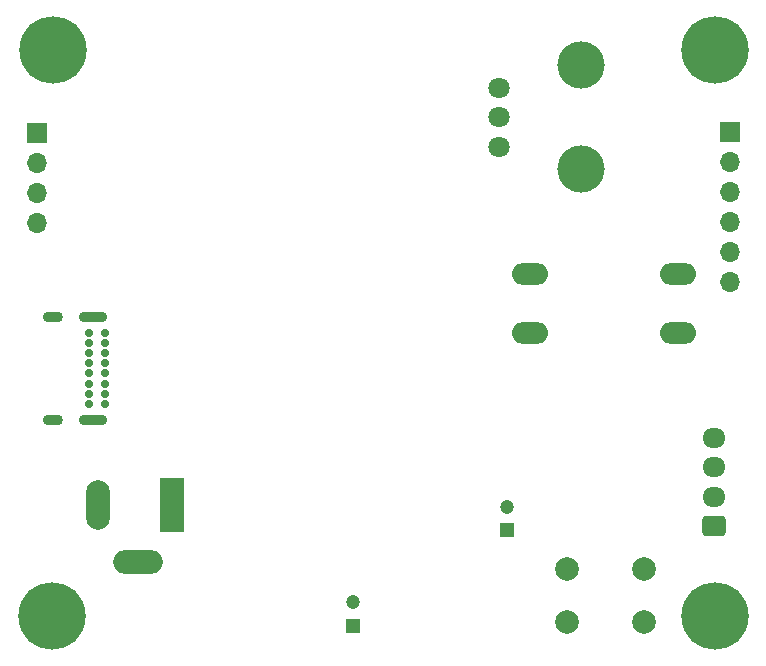
<source format=gbs>
G04 #@! TF.GenerationSoftware,KiCad,Pcbnew,7.0.8*
G04 #@! TF.CreationDate,2023-12-30T22:15:46-05:00*
G04 #@! TF.ProjectId,Pump_Control_Board,50756d70-5f43-46f6-9e74-726f6c5f426f,rev?*
G04 #@! TF.SameCoordinates,Original*
G04 #@! TF.FileFunction,Soldermask,Bot*
G04 #@! TF.FilePolarity,Negative*
%FSLAX46Y46*%
G04 Gerber Fmt 4.6, Leading zero omitted, Abs format (unit mm)*
G04 Created by KiCad (PCBNEW 7.0.8) date 2023-12-30 22:15:46*
%MOMM*%
%LPD*%
G01*
G04 APERTURE LIST*
G04 Aperture macros list*
%AMRoundRect*
0 Rectangle with rounded corners*
0 $1 Rounding radius*
0 $2 $3 $4 $5 $6 $7 $8 $9 X,Y pos of 4 corners*
0 Add a 4 corners polygon primitive as box body*
4,1,4,$2,$3,$4,$5,$6,$7,$8,$9,$2,$3,0*
0 Add four circle primitives for the rounded corners*
1,1,$1+$1,$2,$3*
1,1,$1+$1,$4,$5*
1,1,$1+$1,$6,$7*
1,1,$1+$1,$8,$9*
0 Add four rect primitives between the rounded corners*
20,1,$1+$1,$2,$3,$4,$5,0*
20,1,$1+$1,$4,$5,$6,$7,0*
20,1,$1+$1,$6,$7,$8,$9,0*
20,1,$1+$1,$8,$9,$2,$3,0*%
G04 Aperture macros list end*
%ADD10R,1.200000X1.200000*%
%ADD11C,1.200000*%
%ADD12C,2.000000*%
%ADD13O,3.048000X1.850000*%
%ADD14R,2.000000X4.600000*%
%ADD15O,2.000000X4.200000*%
%ADD16O,4.200000X2.000000*%
%ADD17RoundRect,0.250000X0.725000X-0.600000X0.725000X0.600000X-0.725000X0.600000X-0.725000X-0.600000X0*%
%ADD18O,1.950000X1.700000*%
%ADD19R,1.700000X1.700000*%
%ADD20O,1.700000X1.700000*%
%ADD21C,3.600000*%
%ADD22C,5.700000*%
%ADD23C,0.700000*%
%ADD24O,2.400000X0.900000*%
%ADD25O,1.700000X0.900000*%
%ADD26C,4.000000*%
%ADD27C,1.800000*%
G04 APERTURE END LIST*
D10*
X110400000Y-80700000D03*
D11*
X110400000Y-78700000D03*
D12*
X115520000Y-83947000D03*
X122020000Y-83947000D03*
X115520000Y-88447000D03*
X122020000Y-88447000D03*
D13*
X112378000Y-58968000D03*
X124878000Y-58968000D03*
X112378000Y-63968000D03*
X124878000Y-63968000D03*
D14*
X82042000Y-78600000D03*
D15*
X75742000Y-78600000D03*
D16*
X79142000Y-83400000D03*
D17*
X127925000Y-80350000D03*
D18*
X127925000Y-77850000D03*
X127925000Y-75350000D03*
X127925000Y-72850000D03*
D19*
X70600000Y-47060000D03*
D20*
X70600000Y-49600000D03*
X70600000Y-52140000D03*
X70600000Y-54680000D03*
D19*
X129300000Y-47000000D03*
D20*
X129300000Y-49540000D03*
X129300000Y-52080000D03*
X129300000Y-54620000D03*
X129300000Y-57160000D03*
X129300000Y-59700000D03*
D10*
X97400000Y-88772600D03*
D11*
X97400000Y-86772600D03*
D21*
X128000000Y-40000000D03*
D22*
X128000000Y-40000000D03*
D21*
X72000000Y-40000000D03*
D22*
X72000000Y-40000000D03*
D21*
X71882000Y-88000000D03*
D22*
X71882000Y-88000000D03*
D23*
X76349000Y-64026200D03*
X76349000Y-64876200D03*
X76349000Y-65726200D03*
X76349000Y-66576200D03*
X76349000Y-67426200D03*
X76349000Y-68276200D03*
X76349000Y-69126200D03*
X76349000Y-69976200D03*
X74999000Y-69976200D03*
X74999000Y-69126200D03*
X74999000Y-68276200D03*
X74999000Y-67426200D03*
X74999000Y-66576200D03*
X74999000Y-65726200D03*
X74999000Y-64876200D03*
X74999000Y-64026200D03*
D24*
X75369000Y-62676200D03*
D25*
X71989000Y-62676200D03*
D24*
X75369000Y-71326200D03*
D25*
X71989000Y-71326200D03*
D21*
X128000000Y-88000000D03*
D22*
X128000000Y-88000000D03*
D26*
X116700000Y-41350000D03*
X116700000Y-50150000D03*
D27*
X109700000Y-48250000D03*
X109700000Y-45750000D03*
X109700000Y-43250000D03*
M02*

</source>
